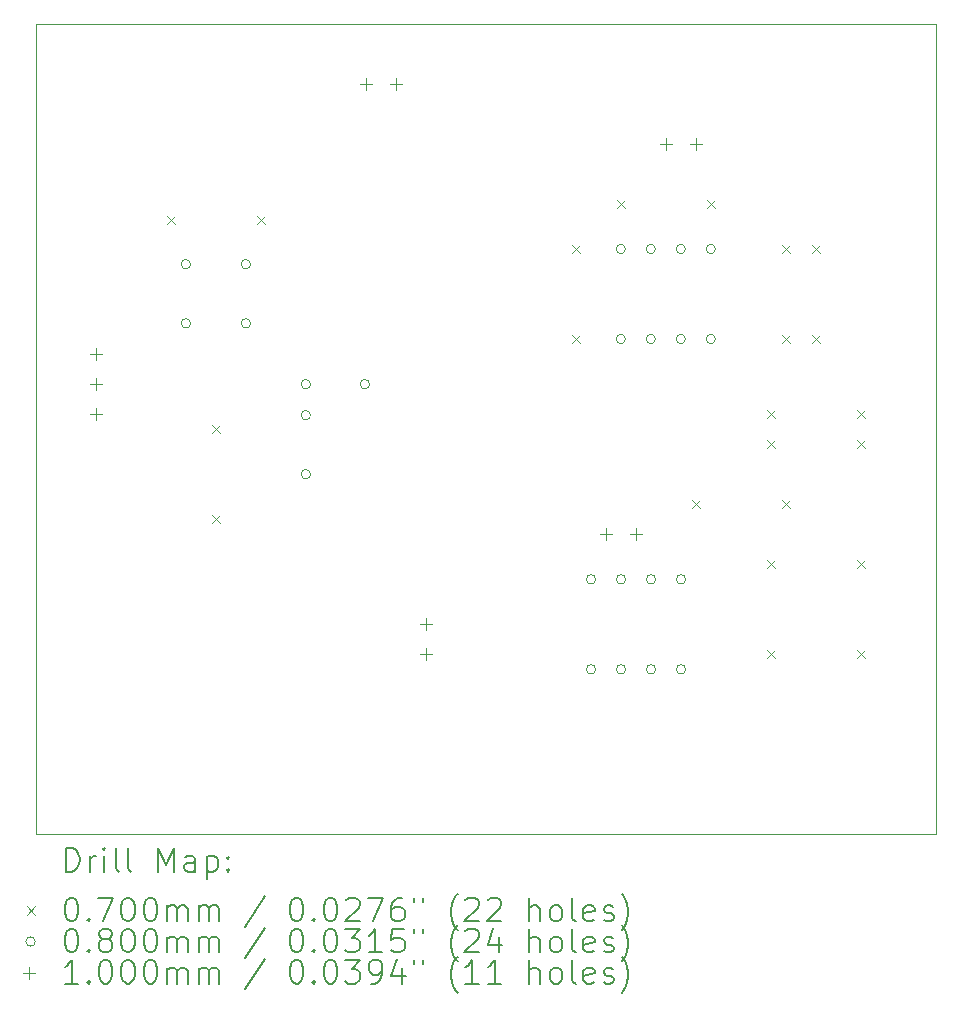
<source format=gbr>
%TF.GenerationSoftware,KiCad,Pcbnew,7.0.8*%
%TF.CreationDate,2023-11-28T08:24:57-03:00*%
%TF.ProjectId,design,64657369-676e-42e6-9b69-6361645f7063,rev?*%
%TF.SameCoordinates,Original*%
%TF.FileFunction,Drillmap*%
%TF.FilePolarity,Positive*%
%FSLAX45Y45*%
G04 Gerber Fmt 4.5, Leading zero omitted, Abs format (unit mm)*
G04 Created by KiCad (PCBNEW 7.0.8) date 2023-11-28 08:24:57*
%MOMM*%
%LPD*%
G01*
G04 APERTURE LIST*
%ADD10C,0.100000*%
%ADD11C,0.200000*%
%ADD12C,0.070000*%
%ADD13C,0.080000*%
G04 APERTURE END LIST*
D10*
X10414000Y-5334000D02*
X18034000Y-5334000D01*
X18034000Y-12192000D02*
X18034000Y-5334000D01*
X10414000Y-5334000D02*
X10414000Y-12192000D01*
X10414000Y-12192000D02*
X18034000Y-12192000D01*
D11*
D12*
X11522000Y-6955000D02*
X11592000Y-7025000D01*
X11592000Y-6955000D02*
X11522000Y-7025000D01*
X11903000Y-8728000D02*
X11973000Y-8798000D01*
X11973000Y-8728000D02*
X11903000Y-8798000D01*
X11903000Y-9490000D02*
X11973000Y-9560000D01*
X11973000Y-9490000D02*
X11903000Y-9560000D01*
X12284000Y-6955000D02*
X12354000Y-7025000D01*
X12354000Y-6955000D02*
X12284000Y-7025000D01*
X14951000Y-7204000D02*
X15021000Y-7274000D01*
X15021000Y-7204000D02*
X14951000Y-7274000D01*
X14951000Y-7966000D02*
X15021000Y-8036000D01*
X15021000Y-7966000D02*
X14951000Y-8036000D01*
X15332000Y-6823000D02*
X15402000Y-6893000D01*
X15402000Y-6823000D02*
X15332000Y-6893000D01*
X15967000Y-9363000D02*
X16037000Y-9433000D01*
X16037000Y-9363000D02*
X15967000Y-9433000D01*
X16094000Y-6823000D02*
X16164000Y-6893000D01*
X16164000Y-6823000D02*
X16094000Y-6893000D01*
X16602000Y-8601000D02*
X16672000Y-8671000D01*
X16672000Y-8601000D02*
X16602000Y-8671000D01*
X16602000Y-8855000D02*
X16672000Y-8925000D01*
X16672000Y-8855000D02*
X16602000Y-8925000D01*
X16602000Y-9871000D02*
X16672000Y-9941000D01*
X16672000Y-9871000D02*
X16602000Y-9941000D01*
X16602000Y-10633000D02*
X16672000Y-10703000D01*
X16672000Y-10633000D02*
X16602000Y-10703000D01*
X16729000Y-7204000D02*
X16799000Y-7274000D01*
X16799000Y-7204000D02*
X16729000Y-7274000D01*
X16729000Y-7966000D02*
X16799000Y-8036000D01*
X16799000Y-7966000D02*
X16729000Y-8036000D01*
X16729000Y-9363000D02*
X16799000Y-9433000D01*
X16799000Y-9363000D02*
X16729000Y-9433000D01*
X16983000Y-7204000D02*
X17053000Y-7274000D01*
X17053000Y-7204000D02*
X16983000Y-7274000D01*
X16983000Y-7966000D02*
X17053000Y-8036000D01*
X17053000Y-7966000D02*
X16983000Y-8036000D01*
X17364000Y-8601000D02*
X17434000Y-8671000D01*
X17434000Y-8601000D02*
X17364000Y-8671000D01*
X17364000Y-8855000D02*
X17434000Y-8925000D01*
X17434000Y-8855000D02*
X17364000Y-8925000D01*
X17364000Y-9871000D02*
X17434000Y-9941000D01*
X17434000Y-9871000D02*
X17364000Y-9941000D01*
X17364000Y-10633000D02*
X17434000Y-10703000D01*
X17434000Y-10633000D02*
X17364000Y-10703000D01*
D13*
X11724000Y-7366000D02*
G75*
G03*
X11724000Y-7366000I-40000J0D01*
G01*
X11724000Y-7866000D02*
G75*
G03*
X11724000Y-7866000I-40000J0D01*
G01*
X12232000Y-7366000D02*
G75*
G03*
X12232000Y-7366000I-40000J0D01*
G01*
X12232000Y-7866000D02*
G75*
G03*
X12232000Y-7866000I-40000J0D01*
G01*
X12740000Y-8382000D02*
G75*
G03*
X12740000Y-8382000I-40000J0D01*
G01*
X12740000Y-8644000D02*
G75*
G03*
X12740000Y-8644000I-40000J0D01*
G01*
X12740000Y-9144000D02*
G75*
G03*
X12740000Y-9144000I-40000J0D01*
G01*
X13240000Y-8382000D02*
G75*
G03*
X13240000Y-8382000I-40000J0D01*
G01*
X15154000Y-10034500D02*
G75*
G03*
X15154000Y-10034500I-40000J0D01*
G01*
X15154000Y-10796500D02*
G75*
G03*
X15154000Y-10796500I-40000J0D01*
G01*
X15406000Y-7237500D02*
G75*
G03*
X15406000Y-7237500I-40000J0D01*
G01*
X15406000Y-7999500D02*
G75*
G03*
X15406000Y-7999500I-40000J0D01*
G01*
X15408000Y-10034500D02*
G75*
G03*
X15408000Y-10034500I-40000J0D01*
G01*
X15408000Y-10796500D02*
G75*
G03*
X15408000Y-10796500I-40000J0D01*
G01*
X15660000Y-7237500D02*
G75*
G03*
X15660000Y-7237500I-40000J0D01*
G01*
X15660000Y-7999500D02*
G75*
G03*
X15660000Y-7999500I-40000J0D01*
G01*
X15662000Y-10034500D02*
G75*
G03*
X15662000Y-10034500I-40000J0D01*
G01*
X15662000Y-10796500D02*
G75*
G03*
X15662000Y-10796500I-40000J0D01*
G01*
X15914000Y-7237500D02*
G75*
G03*
X15914000Y-7237500I-40000J0D01*
G01*
X15914000Y-7999500D02*
G75*
G03*
X15914000Y-7999500I-40000J0D01*
G01*
X15916000Y-10034500D02*
G75*
G03*
X15916000Y-10034500I-40000J0D01*
G01*
X15916000Y-10796500D02*
G75*
G03*
X15916000Y-10796500I-40000J0D01*
G01*
X16168000Y-7237500D02*
G75*
G03*
X16168000Y-7237500I-40000J0D01*
G01*
X16168000Y-7999500D02*
G75*
G03*
X16168000Y-7999500I-40000J0D01*
G01*
D10*
X10922000Y-8078000D02*
X10922000Y-8178000D01*
X10872000Y-8128000D02*
X10972000Y-8128000D01*
X10922000Y-8332000D02*
X10922000Y-8432000D01*
X10872000Y-8382000D02*
X10972000Y-8382000D01*
X10922000Y-8586000D02*
X10922000Y-8686000D01*
X10872000Y-8636000D02*
X10972000Y-8636000D01*
X13208000Y-5792000D02*
X13208000Y-5892000D01*
X13158000Y-5842000D02*
X13258000Y-5842000D01*
X13462000Y-5792000D02*
X13462000Y-5892000D01*
X13412000Y-5842000D02*
X13512000Y-5842000D01*
X13716000Y-10364000D02*
X13716000Y-10464000D01*
X13666000Y-10414000D02*
X13766000Y-10414000D01*
X13716000Y-10618000D02*
X13716000Y-10718000D01*
X13666000Y-10668000D02*
X13766000Y-10668000D01*
X15240000Y-9602000D02*
X15240000Y-9702000D01*
X15190000Y-9652000D02*
X15290000Y-9652000D01*
X15494000Y-9602000D02*
X15494000Y-9702000D01*
X15444000Y-9652000D02*
X15544000Y-9652000D01*
X15748000Y-6300000D02*
X15748000Y-6400000D01*
X15698000Y-6350000D02*
X15798000Y-6350000D01*
X16002000Y-6300000D02*
X16002000Y-6400000D01*
X15952000Y-6350000D02*
X16052000Y-6350000D01*
D11*
X10669777Y-12508484D02*
X10669777Y-12308484D01*
X10669777Y-12308484D02*
X10717396Y-12308484D01*
X10717396Y-12308484D02*
X10745967Y-12318008D01*
X10745967Y-12318008D02*
X10765015Y-12337055D01*
X10765015Y-12337055D02*
X10774539Y-12356103D01*
X10774539Y-12356103D02*
X10784063Y-12394198D01*
X10784063Y-12394198D02*
X10784063Y-12422769D01*
X10784063Y-12422769D02*
X10774539Y-12460865D01*
X10774539Y-12460865D02*
X10765015Y-12479912D01*
X10765015Y-12479912D02*
X10745967Y-12498960D01*
X10745967Y-12498960D02*
X10717396Y-12508484D01*
X10717396Y-12508484D02*
X10669777Y-12508484D01*
X10869777Y-12508484D02*
X10869777Y-12375150D01*
X10869777Y-12413246D02*
X10879301Y-12394198D01*
X10879301Y-12394198D02*
X10888824Y-12384674D01*
X10888824Y-12384674D02*
X10907872Y-12375150D01*
X10907872Y-12375150D02*
X10926920Y-12375150D01*
X10993586Y-12508484D02*
X10993586Y-12375150D01*
X10993586Y-12308484D02*
X10984063Y-12318008D01*
X10984063Y-12318008D02*
X10993586Y-12327531D01*
X10993586Y-12327531D02*
X11003110Y-12318008D01*
X11003110Y-12318008D02*
X10993586Y-12308484D01*
X10993586Y-12308484D02*
X10993586Y-12327531D01*
X11117396Y-12508484D02*
X11098348Y-12498960D01*
X11098348Y-12498960D02*
X11088824Y-12479912D01*
X11088824Y-12479912D02*
X11088824Y-12308484D01*
X11222158Y-12508484D02*
X11203110Y-12498960D01*
X11203110Y-12498960D02*
X11193586Y-12479912D01*
X11193586Y-12479912D02*
X11193586Y-12308484D01*
X11450729Y-12508484D02*
X11450729Y-12308484D01*
X11450729Y-12308484D02*
X11517396Y-12451341D01*
X11517396Y-12451341D02*
X11584062Y-12308484D01*
X11584062Y-12308484D02*
X11584062Y-12508484D01*
X11765015Y-12508484D02*
X11765015Y-12403722D01*
X11765015Y-12403722D02*
X11755491Y-12384674D01*
X11755491Y-12384674D02*
X11736443Y-12375150D01*
X11736443Y-12375150D02*
X11698348Y-12375150D01*
X11698348Y-12375150D02*
X11679301Y-12384674D01*
X11765015Y-12498960D02*
X11745967Y-12508484D01*
X11745967Y-12508484D02*
X11698348Y-12508484D01*
X11698348Y-12508484D02*
X11679301Y-12498960D01*
X11679301Y-12498960D02*
X11669777Y-12479912D01*
X11669777Y-12479912D02*
X11669777Y-12460865D01*
X11669777Y-12460865D02*
X11679301Y-12441817D01*
X11679301Y-12441817D02*
X11698348Y-12432293D01*
X11698348Y-12432293D02*
X11745967Y-12432293D01*
X11745967Y-12432293D02*
X11765015Y-12422769D01*
X11860253Y-12375150D02*
X11860253Y-12575150D01*
X11860253Y-12384674D02*
X11879301Y-12375150D01*
X11879301Y-12375150D02*
X11917396Y-12375150D01*
X11917396Y-12375150D02*
X11936443Y-12384674D01*
X11936443Y-12384674D02*
X11945967Y-12394198D01*
X11945967Y-12394198D02*
X11955491Y-12413246D01*
X11955491Y-12413246D02*
X11955491Y-12470388D01*
X11955491Y-12470388D02*
X11945967Y-12489436D01*
X11945967Y-12489436D02*
X11936443Y-12498960D01*
X11936443Y-12498960D02*
X11917396Y-12508484D01*
X11917396Y-12508484D02*
X11879301Y-12508484D01*
X11879301Y-12508484D02*
X11860253Y-12498960D01*
X12041205Y-12489436D02*
X12050729Y-12498960D01*
X12050729Y-12498960D02*
X12041205Y-12508484D01*
X12041205Y-12508484D02*
X12031682Y-12498960D01*
X12031682Y-12498960D02*
X12041205Y-12489436D01*
X12041205Y-12489436D02*
X12041205Y-12508484D01*
X12041205Y-12384674D02*
X12050729Y-12394198D01*
X12050729Y-12394198D02*
X12041205Y-12403722D01*
X12041205Y-12403722D02*
X12031682Y-12394198D01*
X12031682Y-12394198D02*
X12041205Y-12384674D01*
X12041205Y-12384674D02*
X12041205Y-12403722D01*
D12*
X10339000Y-12802000D02*
X10409000Y-12872000D01*
X10409000Y-12802000D02*
X10339000Y-12872000D01*
D11*
X10707872Y-12728484D02*
X10726920Y-12728484D01*
X10726920Y-12728484D02*
X10745967Y-12738008D01*
X10745967Y-12738008D02*
X10755491Y-12747531D01*
X10755491Y-12747531D02*
X10765015Y-12766579D01*
X10765015Y-12766579D02*
X10774539Y-12804674D01*
X10774539Y-12804674D02*
X10774539Y-12852293D01*
X10774539Y-12852293D02*
X10765015Y-12890388D01*
X10765015Y-12890388D02*
X10755491Y-12909436D01*
X10755491Y-12909436D02*
X10745967Y-12918960D01*
X10745967Y-12918960D02*
X10726920Y-12928484D01*
X10726920Y-12928484D02*
X10707872Y-12928484D01*
X10707872Y-12928484D02*
X10688824Y-12918960D01*
X10688824Y-12918960D02*
X10679301Y-12909436D01*
X10679301Y-12909436D02*
X10669777Y-12890388D01*
X10669777Y-12890388D02*
X10660253Y-12852293D01*
X10660253Y-12852293D02*
X10660253Y-12804674D01*
X10660253Y-12804674D02*
X10669777Y-12766579D01*
X10669777Y-12766579D02*
X10679301Y-12747531D01*
X10679301Y-12747531D02*
X10688824Y-12738008D01*
X10688824Y-12738008D02*
X10707872Y-12728484D01*
X10860253Y-12909436D02*
X10869777Y-12918960D01*
X10869777Y-12918960D02*
X10860253Y-12928484D01*
X10860253Y-12928484D02*
X10850729Y-12918960D01*
X10850729Y-12918960D02*
X10860253Y-12909436D01*
X10860253Y-12909436D02*
X10860253Y-12928484D01*
X10936444Y-12728484D02*
X11069777Y-12728484D01*
X11069777Y-12728484D02*
X10984063Y-12928484D01*
X11184063Y-12728484D02*
X11203110Y-12728484D01*
X11203110Y-12728484D02*
X11222158Y-12738008D01*
X11222158Y-12738008D02*
X11231682Y-12747531D01*
X11231682Y-12747531D02*
X11241205Y-12766579D01*
X11241205Y-12766579D02*
X11250729Y-12804674D01*
X11250729Y-12804674D02*
X11250729Y-12852293D01*
X11250729Y-12852293D02*
X11241205Y-12890388D01*
X11241205Y-12890388D02*
X11231682Y-12909436D01*
X11231682Y-12909436D02*
X11222158Y-12918960D01*
X11222158Y-12918960D02*
X11203110Y-12928484D01*
X11203110Y-12928484D02*
X11184063Y-12928484D01*
X11184063Y-12928484D02*
X11165015Y-12918960D01*
X11165015Y-12918960D02*
X11155491Y-12909436D01*
X11155491Y-12909436D02*
X11145967Y-12890388D01*
X11145967Y-12890388D02*
X11136444Y-12852293D01*
X11136444Y-12852293D02*
X11136444Y-12804674D01*
X11136444Y-12804674D02*
X11145967Y-12766579D01*
X11145967Y-12766579D02*
X11155491Y-12747531D01*
X11155491Y-12747531D02*
X11165015Y-12738008D01*
X11165015Y-12738008D02*
X11184063Y-12728484D01*
X11374539Y-12728484D02*
X11393586Y-12728484D01*
X11393586Y-12728484D02*
X11412634Y-12738008D01*
X11412634Y-12738008D02*
X11422158Y-12747531D01*
X11422158Y-12747531D02*
X11431682Y-12766579D01*
X11431682Y-12766579D02*
X11441205Y-12804674D01*
X11441205Y-12804674D02*
X11441205Y-12852293D01*
X11441205Y-12852293D02*
X11431682Y-12890388D01*
X11431682Y-12890388D02*
X11422158Y-12909436D01*
X11422158Y-12909436D02*
X11412634Y-12918960D01*
X11412634Y-12918960D02*
X11393586Y-12928484D01*
X11393586Y-12928484D02*
X11374539Y-12928484D01*
X11374539Y-12928484D02*
X11355491Y-12918960D01*
X11355491Y-12918960D02*
X11345967Y-12909436D01*
X11345967Y-12909436D02*
X11336443Y-12890388D01*
X11336443Y-12890388D02*
X11326920Y-12852293D01*
X11326920Y-12852293D02*
X11326920Y-12804674D01*
X11326920Y-12804674D02*
X11336443Y-12766579D01*
X11336443Y-12766579D02*
X11345967Y-12747531D01*
X11345967Y-12747531D02*
X11355491Y-12738008D01*
X11355491Y-12738008D02*
X11374539Y-12728484D01*
X11526920Y-12928484D02*
X11526920Y-12795150D01*
X11526920Y-12814198D02*
X11536443Y-12804674D01*
X11536443Y-12804674D02*
X11555491Y-12795150D01*
X11555491Y-12795150D02*
X11584063Y-12795150D01*
X11584063Y-12795150D02*
X11603110Y-12804674D01*
X11603110Y-12804674D02*
X11612634Y-12823722D01*
X11612634Y-12823722D02*
X11612634Y-12928484D01*
X11612634Y-12823722D02*
X11622158Y-12804674D01*
X11622158Y-12804674D02*
X11641205Y-12795150D01*
X11641205Y-12795150D02*
X11669777Y-12795150D01*
X11669777Y-12795150D02*
X11688824Y-12804674D01*
X11688824Y-12804674D02*
X11698348Y-12823722D01*
X11698348Y-12823722D02*
X11698348Y-12928484D01*
X11793586Y-12928484D02*
X11793586Y-12795150D01*
X11793586Y-12814198D02*
X11803110Y-12804674D01*
X11803110Y-12804674D02*
X11822158Y-12795150D01*
X11822158Y-12795150D02*
X11850729Y-12795150D01*
X11850729Y-12795150D02*
X11869777Y-12804674D01*
X11869777Y-12804674D02*
X11879301Y-12823722D01*
X11879301Y-12823722D02*
X11879301Y-12928484D01*
X11879301Y-12823722D02*
X11888824Y-12804674D01*
X11888824Y-12804674D02*
X11907872Y-12795150D01*
X11907872Y-12795150D02*
X11936443Y-12795150D01*
X11936443Y-12795150D02*
X11955491Y-12804674D01*
X11955491Y-12804674D02*
X11965015Y-12823722D01*
X11965015Y-12823722D02*
X11965015Y-12928484D01*
X12355491Y-12718960D02*
X12184063Y-12976103D01*
X12612634Y-12728484D02*
X12631682Y-12728484D01*
X12631682Y-12728484D02*
X12650729Y-12738008D01*
X12650729Y-12738008D02*
X12660253Y-12747531D01*
X12660253Y-12747531D02*
X12669777Y-12766579D01*
X12669777Y-12766579D02*
X12679301Y-12804674D01*
X12679301Y-12804674D02*
X12679301Y-12852293D01*
X12679301Y-12852293D02*
X12669777Y-12890388D01*
X12669777Y-12890388D02*
X12660253Y-12909436D01*
X12660253Y-12909436D02*
X12650729Y-12918960D01*
X12650729Y-12918960D02*
X12631682Y-12928484D01*
X12631682Y-12928484D02*
X12612634Y-12928484D01*
X12612634Y-12928484D02*
X12593586Y-12918960D01*
X12593586Y-12918960D02*
X12584063Y-12909436D01*
X12584063Y-12909436D02*
X12574539Y-12890388D01*
X12574539Y-12890388D02*
X12565015Y-12852293D01*
X12565015Y-12852293D02*
X12565015Y-12804674D01*
X12565015Y-12804674D02*
X12574539Y-12766579D01*
X12574539Y-12766579D02*
X12584063Y-12747531D01*
X12584063Y-12747531D02*
X12593586Y-12738008D01*
X12593586Y-12738008D02*
X12612634Y-12728484D01*
X12765015Y-12909436D02*
X12774539Y-12918960D01*
X12774539Y-12918960D02*
X12765015Y-12928484D01*
X12765015Y-12928484D02*
X12755491Y-12918960D01*
X12755491Y-12918960D02*
X12765015Y-12909436D01*
X12765015Y-12909436D02*
X12765015Y-12928484D01*
X12898348Y-12728484D02*
X12917396Y-12728484D01*
X12917396Y-12728484D02*
X12936444Y-12738008D01*
X12936444Y-12738008D02*
X12945967Y-12747531D01*
X12945967Y-12747531D02*
X12955491Y-12766579D01*
X12955491Y-12766579D02*
X12965015Y-12804674D01*
X12965015Y-12804674D02*
X12965015Y-12852293D01*
X12965015Y-12852293D02*
X12955491Y-12890388D01*
X12955491Y-12890388D02*
X12945967Y-12909436D01*
X12945967Y-12909436D02*
X12936444Y-12918960D01*
X12936444Y-12918960D02*
X12917396Y-12928484D01*
X12917396Y-12928484D02*
X12898348Y-12928484D01*
X12898348Y-12928484D02*
X12879301Y-12918960D01*
X12879301Y-12918960D02*
X12869777Y-12909436D01*
X12869777Y-12909436D02*
X12860253Y-12890388D01*
X12860253Y-12890388D02*
X12850729Y-12852293D01*
X12850729Y-12852293D02*
X12850729Y-12804674D01*
X12850729Y-12804674D02*
X12860253Y-12766579D01*
X12860253Y-12766579D02*
X12869777Y-12747531D01*
X12869777Y-12747531D02*
X12879301Y-12738008D01*
X12879301Y-12738008D02*
X12898348Y-12728484D01*
X13041206Y-12747531D02*
X13050729Y-12738008D01*
X13050729Y-12738008D02*
X13069777Y-12728484D01*
X13069777Y-12728484D02*
X13117396Y-12728484D01*
X13117396Y-12728484D02*
X13136444Y-12738008D01*
X13136444Y-12738008D02*
X13145967Y-12747531D01*
X13145967Y-12747531D02*
X13155491Y-12766579D01*
X13155491Y-12766579D02*
X13155491Y-12785627D01*
X13155491Y-12785627D02*
X13145967Y-12814198D01*
X13145967Y-12814198D02*
X13031682Y-12928484D01*
X13031682Y-12928484D02*
X13155491Y-12928484D01*
X13222158Y-12728484D02*
X13355491Y-12728484D01*
X13355491Y-12728484D02*
X13269777Y-12928484D01*
X13517396Y-12728484D02*
X13479301Y-12728484D01*
X13479301Y-12728484D02*
X13460253Y-12738008D01*
X13460253Y-12738008D02*
X13450729Y-12747531D01*
X13450729Y-12747531D02*
X13431682Y-12776103D01*
X13431682Y-12776103D02*
X13422158Y-12814198D01*
X13422158Y-12814198D02*
X13422158Y-12890388D01*
X13422158Y-12890388D02*
X13431682Y-12909436D01*
X13431682Y-12909436D02*
X13441206Y-12918960D01*
X13441206Y-12918960D02*
X13460253Y-12928484D01*
X13460253Y-12928484D02*
X13498348Y-12928484D01*
X13498348Y-12928484D02*
X13517396Y-12918960D01*
X13517396Y-12918960D02*
X13526920Y-12909436D01*
X13526920Y-12909436D02*
X13536444Y-12890388D01*
X13536444Y-12890388D02*
X13536444Y-12842769D01*
X13536444Y-12842769D02*
X13526920Y-12823722D01*
X13526920Y-12823722D02*
X13517396Y-12814198D01*
X13517396Y-12814198D02*
X13498348Y-12804674D01*
X13498348Y-12804674D02*
X13460253Y-12804674D01*
X13460253Y-12804674D02*
X13441206Y-12814198D01*
X13441206Y-12814198D02*
X13431682Y-12823722D01*
X13431682Y-12823722D02*
X13422158Y-12842769D01*
X13612634Y-12728484D02*
X13612634Y-12766579D01*
X13688825Y-12728484D02*
X13688825Y-12766579D01*
X13984063Y-13004674D02*
X13974539Y-12995150D01*
X13974539Y-12995150D02*
X13955491Y-12966579D01*
X13955491Y-12966579D02*
X13945968Y-12947531D01*
X13945968Y-12947531D02*
X13936444Y-12918960D01*
X13936444Y-12918960D02*
X13926920Y-12871341D01*
X13926920Y-12871341D02*
X13926920Y-12833246D01*
X13926920Y-12833246D02*
X13936444Y-12785627D01*
X13936444Y-12785627D02*
X13945968Y-12757055D01*
X13945968Y-12757055D02*
X13955491Y-12738008D01*
X13955491Y-12738008D02*
X13974539Y-12709436D01*
X13974539Y-12709436D02*
X13984063Y-12699912D01*
X14050729Y-12747531D02*
X14060253Y-12738008D01*
X14060253Y-12738008D02*
X14079301Y-12728484D01*
X14079301Y-12728484D02*
X14126920Y-12728484D01*
X14126920Y-12728484D02*
X14145968Y-12738008D01*
X14145968Y-12738008D02*
X14155491Y-12747531D01*
X14155491Y-12747531D02*
X14165015Y-12766579D01*
X14165015Y-12766579D02*
X14165015Y-12785627D01*
X14165015Y-12785627D02*
X14155491Y-12814198D01*
X14155491Y-12814198D02*
X14041206Y-12928484D01*
X14041206Y-12928484D02*
X14165015Y-12928484D01*
X14241206Y-12747531D02*
X14250729Y-12738008D01*
X14250729Y-12738008D02*
X14269777Y-12728484D01*
X14269777Y-12728484D02*
X14317396Y-12728484D01*
X14317396Y-12728484D02*
X14336444Y-12738008D01*
X14336444Y-12738008D02*
X14345968Y-12747531D01*
X14345968Y-12747531D02*
X14355491Y-12766579D01*
X14355491Y-12766579D02*
X14355491Y-12785627D01*
X14355491Y-12785627D02*
X14345968Y-12814198D01*
X14345968Y-12814198D02*
X14231682Y-12928484D01*
X14231682Y-12928484D02*
X14355491Y-12928484D01*
X14593587Y-12928484D02*
X14593587Y-12728484D01*
X14679301Y-12928484D02*
X14679301Y-12823722D01*
X14679301Y-12823722D02*
X14669777Y-12804674D01*
X14669777Y-12804674D02*
X14650730Y-12795150D01*
X14650730Y-12795150D02*
X14622158Y-12795150D01*
X14622158Y-12795150D02*
X14603110Y-12804674D01*
X14603110Y-12804674D02*
X14593587Y-12814198D01*
X14803110Y-12928484D02*
X14784063Y-12918960D01*
X14784063Y-12918960D02*
X14774539Y-12909436D01*
X14774539Y-12909436D02*
X14765015Y-12890388D01*
X14765015Y-12890388D02*
X14765015Y-12833246D01*
X14765015Y-12833246D02*
X14774539Y-12814198D01*
X14774539Y-12814198D02*
X14784063Y-12804674D01*
X14784063Y-12804674D02*
X14803110Y-12795150D01*
X14803110Y-12795150D02*
X14831682Y-12795150D01*
X14831682Y-12795150D02*
X14850730Y-12804674D01*
X14850730Y-12804674D02*
X14860253Y-12814198D01*
X14860253Y-12814198D02*
X14869777Y-12833246D01*
X14869777Y-12833246D02*
X14869777Y-12890388D01*
X14869777Y-12890388D02*
X14860253Y-12909436D01*
X14860253Y-12909436D02*
X14850730Y-12918960D01*
X14850730Y-12918960D02*
X14831682Y-12928484D01*
X14831682Y-12928484D02*
X14803110Y-12928484D01*
X14984063Y-12928484D02*
X14965015Y-12918960D01*
X14965015Y-12918960D02*
X14955491Y-12899912D01*
X14955491Y-12899912D02*
X14955491Y-12728484D01*
X15136444Y-12918960D02*
X15117396Y-12928484D01*
X15117396Y-12928484D02*
X15079301Y-12928484D01*
X15079301Y-12928484D02*
X15060253Y-12918960D01*
X15060253Y-12918960D02*
X15050730Y-12899912D01*
X15050730Y-12899912D02*
X15050730Y-12823722D01*
X15050730Y-12823722D02*
X15060253Y-12804674D01*
X15060253Y-12804674D02*
X15079301Y-12795150D01*
X15079301Y-12795150D02*
X15117396Y-12795150D01*
X15117396Y-12795150D02*
X15136444Y-12804674D01*
X15136444Y-12804674D02*
X15145968Y-12823722D01*
X15145968Y-12823722D02*
X15145968Y-12842769D01*
X15145968Y-12842769D02*
X15050730Y-12861817D01*
X15222158Y-12918960D02*
X15241206Y-12928484D01*
X15241206Y-12928484D02*
X15279301Y-12928484D01*
X15279301Y-12928484D02*
X15298349Y-12918960D01*
X15298349Y-12918960D02*
X15307872Y-12899912D01*
X15307872Y-12899912D02*
X15307872Y-12890388D01*
X15307872Y-12890388D02*
X15298349Y-12871341D01*
X15298349Y-12871341D02*
X15279301Y-12861817D01*
X15279301Y-12861817D02*
X15250730Y-12861817D01*
X15250730Y-12861817D02*
X15231682Y-12852293D01*
X15231682Y-12852293D02*
X15222158Y-12833246D01*
X15222158Y-12833246D02*
X15222158Y-12823722D01*
X15222158Y-12823722D02*
X15231682Y-12804674D01*
X15231682Y-12804674D02*
X15250730Y-12795150D01*
X15250730Y-12795150D02*
X15279301Y-12795150D01*
X15279301Y-12795150D02*
X15298349Y-12804674D01*
X15374539Y-13004674D02*
X15384063Y-12995150D01*
X15384063Y-12995150D02*
X15403111Y-12966579D01*
X15403111Y-12966579D02*
X15412634Y-12947531D01*
X15412634Y-12947531D02*
X15422158Y-12918960D01*
X15422158Y-12918960D02*
X15431682Y-12871341D01*
X15431682Y-12871341D02*
X15431682Y-12833246D01*
X15431682Y-12833246D02*
X15422158Y-12785627D01*
X15422158Y-12785627D02*
X15412634Y-12757055D01*
X15412634Y-12757055D02*
X15403111Y-12738008D01*
X15403111Y-12738008D02*
X15384063Y-12709436D01*
X15384063Y-12709436D02*
X15374539Y-12699912D01*
D13*
X10409000Y-13101000D02*
G75*
G03*
X10409000Y-13101000I-40000J0D01*
G01*
D11*
X10707872Y-12992484D02*
X10726920Y-12992484D01*
X10726920Y-12992484D02*
X10745967Y-13002008D01*
X10745967Y-13002008D02*
X10755491Y-13011531D01*
X10755491Y-13011531D02*
X10765015Y-13030579D01*
X10765015Y-13030579D02*
X10774539Y-13068674D01*
X10774539Y-13068674D02*
X10774539Y-13116293D01*
X10774539Y-13116293D02*
X10765015Y-13154388D01*
X10765015Y-13154388D02*
X10755491Y-13173436D01*
X10755491Y-13173436D02*
X10745967Y-13182960D01*
X10745967Y-13182960D02*
X10726920Y-13192484D01*
X10726920Y-13192484D02*
X10707872Y-13192484D01*
X10707872Y-13192484D02*
X10688824Y-13182960D01*
X10688824Y-13182960D02*
X10679301Y-13173436D01*
X10679301Y-13173436D02*
X10669777Y-13154388D01*
X10669777Y-13154388D02*
X10660253Y-13116293D01*
X10660253Y-13116293D02*
X10660253Y-13068674D01*
X10660253Y-13068674D02*
X10669777Y-13030579D01*
X10669777Y-13030579D02*
X10679301Y-13011531D01*
X10679301Y-13011531D02*
X10688824Y-13002008D01*
X10688824Y-13002008D02*
X10707872Y-12992484D01*
X10860253Y-13173436D02*
X10869777Y-13182960D01*
X10869777Y-13182960D02*
X10860253Y-13192484D01*
X10860253Y-13192484D02*
X10850729Y-13182960D01*
X10850729Y-13182960D02*
X10860253Y-13173436D01*
X10860253Y-13173436D02*
X10860253Y-13192484D01*
X10984063Y-13078198D02*
X10965015Y-13068674D01*
X10965015Y-13068674D02*
X10955491Y-13059150D01*
X10955491Y-13059150D02*
X10945967Y-13040103D01*
X10945967Y-13040103D02*
X10945967Y-13030579D01*
X10945967Y-13030579D02*
X10955491Y-13011531D01*
X10955491Y-13011531D02*
X10965015Y-13002008D01*
X10965015Y-13002008D02*
X10984063Y-12992484D01*
X10984063Y-12992484D02*
X11022158Y-12992484D01*
X11022158Y-12992484D02*
X11041205Y-13002008D01*
X11041205Y-13002008D02*
X11050729Y-13011531D01*
X11050729Y-13011531D02*
X11060253Y-13030579D01*
X11060253Y-13030579D02*
X11060253Y-13040103D01*
X11060253Y-13040103D02*
X11050729Y-13059150D01*
X11050729Y-13059150D02*
X11041205Y-13068674D01*
X11041205Y-13068674D02*
X11022158Y-13078198D01*
X11022158Y-13078198D02*
X10984063Y-13078198D01*
X10984063Y-13078198D02*
X10965015Y-13087722D01*
X10965015Y-13087722D02*
X10955491Y-13097246D01*
X10955491Y-13097246D02*
X10945967Y-13116293D01*
X10945967Y-13116293D02*
X10945967Y-13154388D01*
X10945967Y-13154388D02*
X10955491Y-13173436D01*
X10955491Y-13173436D02*
X10965015Y-13182960D01*
X10965015Y-13182960D02*
X10984063Y-13192484D01*
X10984063Y-13192484D02*
X11022158Y-13192484D01*
X11022158Y-13192484D02*
X11041205Y-13182960D01*
X11041205Y-13182960D02*
X11050729Y-13173436D01*
X11050729Y-13173436D02*
X11060253Y-13154388D01*
X11060253Y-13154388D02*
X11060253Y-13116293D01*
X11060253Y-13116293D02*
X11050729Y-13097246D01*
X11050729Y-13097246D02*
X11041205Y-13087722D01*
X11041205Y-13087722D02*
X11022158Y-13078198D01*
X11184063Y-12992484D02*
X11203110Y-12992484D01*
X11203110Y-12992484D02*
X11222158Y-13002008D01*
X11222158Y-13002008D02*
X11231682Y-13011531D01*
X11231682Y-13011531D02*
X11241205Y-13030579D01*
X11241205Y-13030579D02*
X11250729Y-13068674D01*
X11250729Y-13068674D02*
X11250729Y-13116293D01*
X11250729Y-13116293D02*
X11241205Y-13154388D01*
X11241205Y-13154388D02*
X11231682Y-13173436D01*
X11231682Y-13173436D02*
X11222158Y-13182960D01*
X11222158Y-13182960D02*
X11203110Y-13192484D01*
X11203110Y-13192484D02*
X11184063Y-13192484D01*
X11184063Y-13192484D02*
X11165015Y-13182960D01*
X11165015Y-13182960D02*
X11155491Y-13173436D01*
X11155491Y-13173436D02*
X11145967Y-13154388D01*
X11145967Y-13154388D02*
X11136444Y-13116293D01*
X11136444Y-13116293D02*
X11136444Y-13068674D01*
X11136444Y-13068674D02*
X11145967Y-13030579D01*
X11145967Y-13030579D02*
X11155491Y-13011531D01*
X11155491Y-13011531D02*
X11165015Y-13002008D01*
X11165015Y-13002008D02*
X11184063Y-12992484D01*
X11374539Y-12992484D02*
X11393586Y-12992484D01*
X11393586Y-12992484D02*
X11412634Y-13002008D01*
X11412634Y-13002008D02*
X11422158Y-13011531D01*
X11422158Y-13011531D02*
X11431682Y-13030579D01*
X11431682Y-13030579D02*
X11441205Y-13068674D01*
X11441205Y-13068674D02*
X11441205Y-13116293D01*
X11441205Y-13116293D02*
X11431682Y-13154388D01*
X11431682Y-13154388D02*
X11422158Y-13173436D01*
X11422158Y-13173436D02*
X11412634Y-13182960D01*
X11412634Y-13182960D02*
X11393586Y-13192484D01*
X11393586Y-13192484D02*
X11374539Y-13192484D01*
X11374539Y-13192484D02*
X11355491Y-13182960D01*
X11355491Y-13182960D02*
X11345967Y-13173436D01*
X11345967Y-13173436D02*
X11336443Y-13154388D01*
X11336443Y-13154388D02*
X11326920Y-13116293D01*
X11326920Y-13116293D02*
X11326920Y-13068674D01*
X11326920Y-13068674D02*
X11336443Y-13030579D01*
X11336443Y-13030579D02*
X11345967Y-13011531D01*
X11345967Y-13011531D02*
X11355491Y-13002008D01*
X11355491Y-13002008D02*
X11374539Y-12992484D01*
X11526920Y-13192484D02*
X11526920Y-13059150D01*
X11526920Y-13078198D02*
X11536443Y-13068674D01*
X11536443Y-13068674D02*
X11555491Y-13059150D01*
X11555491Y-13059150D02*
X11584063Y-13059150D01*
X11584063Y-13059150D02*
X11603110Y-13068674D01*
X11603110Y-13068674D02*
X11612634Y-13087722D01*
X11612634Y-13087722D02*
X11612634Y-13192484D01*
X11612634Y-13087722D02*
X11622158Y-13068674D01*
X11622158Y-13068674D02*
X11641205Y-13059150D01*
X11641205Y-13059150D02*
X11669777Y-13059150D01*
X11669777Y-13059150D02*
X11688824Y-13068674D01*
X11688824Y-13068674D02*
X11698348Y-13087722D01*
X11698348Y-13087722D02*
X11698348Y-13192484D01*
X11793586Y-13192484D02*
X11793586Y-13059150D01*
X11793586Y-13078198D02*
X11803110Y-13068674D01*
X11803110Y-13068674D02*
X11822158Y-13059150D01*
X11822158Y-13059150D02*
X11850729Y-13059150D01*
X11850729Y-13059150D02*
X11869777Y-13068674D01*
X11869777Y-13068674D02*
X11879301Y-13087722D01*
X11879301Y-13087722D02*
X11879301Y-13192484D01*
X11879301Y-13087722D02*
X11888824Y-13068674D01*
X11888824Y-13068674D02*
X11907872Y-13059150D01*
X11907872Y-13059150D02*
X11936443Y-13059150D01*
X11936443Y-13059150D02*
X11955491Y-13068674D01*
X11955491Y-13068674D02*
X11965015Y-13087722D01*
X11965015Y-13087722D02*
X11965015Y-13192484D01*
X12355491Y-12982960D02*
X12184063Y-13240103D01*
X12612634Y-12992484D02*
X12631682Y-12992484D01*
X12631682Y-12992484D02*
X12650729Y-13002008D01*
X12650729Y-13002008D02*
X12660253Y-13011531D01*
X12660253Y-13011531D02*
X12669777Y-13030579D01*
X12669777Y-13030579D02*
X12679301Y-13068674D01*
X12679301Y-13068674D02*
X12679301Y-13116293D01*
X12679301Y-13116293D02*
X12669777Y-13154388D01*
X12669777Y-13154388D02*
X12660253Y-13173436D01*
X12660253Y-13173436D02*
X12650729Y-13182960D01*
X12650729Y-13182960D02*
X12631682Y-13192484D01*
X12631682Y-13192484D02*
X12612634Y-13192484D01*
X12612634Y-13192484D02*
X12593586Y-13182960D01*
X12593586Y-13182960D02*
X12584063Y-13173436D01*
X12584063Y-13173436D02*
X12574539Y-13154388D01*
X12574539Y-13154388D02*
X12565015Y-13116293D01*
X12565015Y-13116293D02*
X12565015Y-13068674D01*
X12565015Y-13068674D02*
X12574539Y-13030579D01*
X12574539Y-13030579D02*
X12584063Y-13011531D01*
X12584063Y-13011531D02*
X12593586Y-13002008D01*
X12593586Y-13002008D02*
X12612634Y-12992484D01*
X12765015Y-13173436D02*
X12774539Y-13182960D01*
X12774539Y-13182960D02*
X12765015Y-13192484D01*
X12765015Y-13192484D02*
X12755491Y-13182960D01*
X12755491Y-13182960D02*
X12765015Y-13173436D01*
X12765015Y-13173436D02*
X12765015Y-13192484D01*
X12898348Y-12992484D02*
X12917396Y-12992484D01*
X12917396Y-12992484D02*
X12936444Y-13002008D01*
X12936444Y-13002008D02*
X12945967Y-13011531D01*
X12945967Y-13011531D02*
X12955491Y-13030579D01*
X12955491Y-13030579D02*
X12965015Y-13068674D01*
X12965015Y-13068674D02*
X12965015Y-13116293D01*
X12965015Y-13116293D02*
X12955491Y-13154388D01*
X12955491Y-13154388D02*
X12945967Y-13173436D01*
X12945967Y-13173436D02*
X12936444Y-13182960D01*
X12936444Y-13182960D02*
X12917396Y-13192484D01*
X12917396Y-13192484D02*
X12898348Y-13192484D01*
X12898348Y-13192484D02*
X12879301Y-13182960D01*
X12879301Y-13182960D02*
X12869777Y-13173436D01*
X12869777Y-13173436D02*
X12860253Y-13154388D01*
X12860253Y-13154388D02*
X12850729Y-13116293D01*
X12850729Y-13116293D02*
X12850729Y-13068674D01*
X12850729Y-13068674D02*
X12860253Y-13030579D01*
X12860253Y-13030579D02*
X12869777Y-13011531D01*
X12869777Y-13011531D02*
X12879301Y-13002008D01*
X12879301Y-13002008D02*
X12898348Y-12992484D01*
X13031682Y-12992484D02*
X13155491Y-12992484D01*
X13155491Y-12992484D02*
X13088825Y-13068674D01*
X13088825Y-13068674D02*
X13117396Y-13068674D01*
X13117396Y-13068674D02*
X13136444Y-13078198D01*
X13136444Y-13078198D02*
X13145967Y-13087722D01*
X13145967Y-13087722D02*
X13155491Y-13106769D01*
X13155491Y-13106769D02*
X13155491Y-13154388D01*
X13155491Y-13154388D02*
X13145967Y-13173436D01*
X13145967Y-13173436D02*
X13136444Y-13182960D01*
X13136444Y-13182960D02*
X13117396Y-13192484D01*
X13117396Y-13192484D02*
X13060253Y-13192484D01*
X13060253Y-13192484D02*
X13041206Y-13182960D01*
X13041206Y-13182960D02*
X13031682Y-13173436D01*
X13345967Y-13192484D02*
X13231682Y-13192484D01*
X13288825Y-13192484D02*
X13288825Y-12992484D01*
X13288825Y-12992484D02*
X13269777Y-13021055D01*
X13269777Y-13021055D02*
X13250729Y-13040103D01*
X13250729Y-13040103D02*
X13231682Y-13049627D01*
X13526920Y-12992484D02*
X13431682Y-12992484D01*
X13431682Y-12992484D02*
X13422158Y-13087722D01*
X13422158Y-13087722D02*
X13431682Y-13078198D01*
X13431682Y-13078198D02*
X13450729Y-13068674D01*
X13450729Y-13068674D02*
X13498348Y-13068674D01*
X13498348Y-13068674D02*
X13517396Y-13078198D01*
X13517396Y-13078198D02*
X13526920Y-13087722D01*
X13526920Y-13087722D02*
X13536444Y-13106769D01*
X13536444Y-13106769D02*
X13536444Y-13154388D01*
X13536444Y-13154388D02*
X13526920Y-13173436D01*
X13526920Y-13173436D02*
X13517396Y-13182960D01*
X13517396Y-13182960D02*
X13498348Y-13192484D01*
X13498348Y-13192484D02*
X13450729Y-13192484D01*
X13450729Y-13192484D02*
X13431682Y-13182960D01*
X13431682Y-13182960D02*
X13422158Y-13173436D01*
X13612634Y-12992484D02*
X13612634Y-13030579D01*
X13688825Y-12992484D02*
X13688825Y-13030579D01*
X13984063Y-13268674D02*
X13974539Y-13259150D01*
X13974539Y-13259150D02*
X13955491Y-13230579D01*
X13955491Y-13230579D02*
X13945968Y-13211531D01*
X13945968Y-13211531D02*
X13936444Y-13182960D01*
X13936444Y-13182960D02*
X13926920Y-13135341D01*
X13926920Y-13135341D02*
X13926920Y-13097246D01*
X13926920Y-13097246D02*
X13936444Y-13049627D01*
X13936444Y-13049627D02*
X13945968Y-13021055D01*
X13945968Y-13021055D02*
X13955491Y-13002008D01*
X13955491Y-13002008D02*
X13974539Y-12973436D01*
X13974539Y-12973436D02*
X13984063Y-12963912D01*
X14050729Y-13011531D02*
X14060253Y-13002008D01*
X14060253Y-13002008D02*
X14079301Y-12992484D01*
X14079301Y-12992484D02*
X14126920Y-12992484D01*
X14126920Y-12992484D02*
X14145968Y-13002008D01*
X14145968Y-13002008D02*
X14155491Y-13011531D01*
X14155491Y-13011531D02*
X14165015Y-13030579D01*
X14165015Y-13030579D02*
X14165015Y-13049627D01*
X14165015Y-13049627D02*
X14155491Y-13078198D01*
X14155491Y-13078198D02*
X14041206Y-13192484D01*
X14041206Y-13192484D02*
X14165015Y-13192484D01*
X14336444Y-13059150D02*
X14336444Y-13192484D01*
X14288825Y-12982960D02*
X14241206Y-13125817D01*
X14241206Y-13125817D02*
X14365015Y-13125817D01*
X14593587Y-13192484D02*
X14593587Y-12992484D01*
X14679301Y-13192484D02*
X14679301Y-13087722D01*
X14679301Y-13087722D02*
X14669777Y-13068674D01*
X14669777Y-13068674D02*
X14650730Y-13059150D01*
X14650730Y-13059150D02*
X14622158Y-13059150D01*
X14622158Y-13059150D02*
X14603110Y-13068674D01*
X14603110Y-13068674D02*
X14593587Y-13078198D01*
X14803110Y-13192484D02*
X14784063Y-13182960D01*
X14784063Y-13182960D02*
X14774539Y-13173436D01*
X14774539Y-13173436D02*
X14765015Y-13154388D01*
X14765015Y-13154388D02*
X14765015Y-13097246D01*
X14765015Y-13097246D02*
X14774539Y-13078198D01*
X14774539Y-13078198D02*
X14784063Y-13068674D01*
X14784063Y-13068674D02*
X14803110Y-13059150D01*
X14803110Y-13059150D02*
X14831682Y-13059150D01*
X14831682Y-13059150D02*
X14850730Y-13068674D01*
X14850730Y-13068674D02*
X14860253Y-13078198D01*
X14860253Y-13078198D02*
X14869777Y-13097246D01*
X14869777Y-13097246D02*
X14869777Y-13154388D01*
X14869777Y-13154388D02*
X14860253Y-13173436D01*
X14860253Y-13173436D02*
X14850730Y-13182960D01*
X14850730Y-13182960D02*
X14831682Y-13192484D01*
X14831682Y-13192484D02*
X14803110Y-13192484D01*
X14984063Y-13192484D02*
X14965015Y-13182960D01*
X14965015Y-13182960D02*
X14955491Y-13163912D01*
X14955491Y-13163912D02*
X14955491Y-12992484D01*
X15136444Y-13182960D02*
X15117396Y-13192484D01*
X15117396Y-13192484D02*
X15079301Y-13192484D01*
X15079301Y-13192484D02*
X15060253Y-13182960D01*
X15060253Y-13182960D02*
X15050730Y-13163912D01*
X15050730Y-13163912D02*
X15050730Y-13087722D01*
X15050730Y-13087722D02*
X15060253Y-13068674D01*
X15060253Y-13068674D02*
X15079301Y-13059150D01*
X15079301Y-13059150D02*
X15117396Y-13059150D01*
X15117396Y-13059150D02*
X15136444Y-13068674D01*
X15136444Y-13068674D02*
X15145968Y-13087722D01*
X15145968Y-13087722D02*
X15145968Y-13106769D01*
X15145968Y-13106769D02*
X15050730Y-13125817D01*
X15222158Y-13182960D02*
X15241206Y-13192484D01*
X15241206Y-13192484D02*
X15279301Y-13192484D01*
X15279301Y-13192484D02*
X15298349Y-13182960D01*
X15298349Y-13182960D02*
X15307872Y-13163912D01*
X15307872Y-13163912D02*
X15307872Y-13154388D01*
X15307872Y-13154388D02*
X15298349Y-13135341D01*
X15298349Y-13135341D02*
X15279301Y-13125817D01*
X15279301Y-13125817D02*
X15250730Y-13125817D01*
X15250730Y-13125817D02*
X15231682Y-13116293D01*
X15231682Y-13116293D02*
X15222158Y-13097246D01*
X15222158Y-13097246D02*
X15222158Y-13087722D01*
X15222158Y-13087722D02*
X15231682Y-13068674D01*
X15231682Y-13068674D02*
X15250730Y-13059150D01*
X15250730Y-13059150D02*
X15279301Y-13059150D01*
X15279301Y-13059150D02*
X15298349Y-13068674D01*
X15374539Y-13268674D02*
X15384063Y-13259150D01*
X15384063Y-13259150D02*
X15403111Y-13230579D01*
X15403111Y-13230579D02*
X15412634Y-13211531D01*
X15412634Y-13211531D02*
X15422158Y-13182960D01*
X15422158Y-13182960D02*
X15431682Y-13135341D01*
X15431682Y-13135341D02*
X15431682Y-13097246D01*
X15431682Y-13097246D02*
X15422158Y-13049627D01*
X15422158Y-13049627D02*
X15412634Y-13021055D01*
X15412634Y-13021055D02*
X15403111Y-13002008D01*
X15403111Y-13002008D02*
X15384063Y-12973436D01*
X15384063Y-12973436D02*
X15374539Y-12963912D01*
D10*
X10359000Y-13315000D02*
X10359000Y-13415000D01*
X10309000Y-13365000D02*
X10409000Y-13365000D01*
D11*
X10774539Y-13456484D02*
X10660253Y-13456484D01*
X10717396Y-13456484D02*
X10717396Y-13256484D01*
X10717396Y-13256484D02*
X10698348Y-13285055D01*
X10698348Y-13285055D02*
X10679301Y-13304103D01*
X10679301Y-13304103D02*
X10660253Y-13313627D01*
X10860253Y-13437436D02*
X10869777Y-13446960D01*
X10869777Y-13446960D02*
X10860253Y-13456484D01*
X10860253Y-13456484D02*
X10850729Y-13446960D01*
X10850729Y-13446960D02*
X10860253Y-13437436D01*
X10860253Y-13437436D02*
X10860253Y-13456484D01*
X10993586Y-13256484D02*
X11012634Y-13256484D01*
X11012634Y-13256484D02*
X11031682Y-13266008D01*
X11031682Y-13266008D02*
X11041205Y-13275531D01*
X11041205Y-13275531D02*
X11050729Y-13294579D01*
X11050729Y-13294579D02*
X11060253Y-13332674D01*
X11060253Y-13332674D02*
X11060253Y-13380293D01*
X11060253Y-13380293D02*
X11050729Y-13418388D01*
X11050729Y-13418388D02*
X11041205Y-13437436D01*
X11041205Y-13437436D02*
X11031682Y-13446960D01*
X11031682Y-13446960D02*
X11012634Y-13456484D01*
X11012634Y-13456484D02*
X10993586Y-13456484D01*
X10993586Y-13456484D02*
X10974539Y-13446960D01*
X10974539Y-13446960D02*
X10965015Y-13437436D01*
X10965015Y-13437436D02*
X10955491Y-13418388D01*
X10955491Y-13418388D02*
X10945967Y-13380293D01*
X10945967Y-13380293D02*
X10945967Y-13332674D01*
X10945967Y-13332674D02*
X10955491Y-13294579D01*
X10955491Y-13294579D02*
X10965015Y-13275531D01*
X10965015Y-13275531D02*
X10974539Y-13266008D01*
X10974539Y-13266008D02*
X10993586Y-13256484D01*
X11184063Y-13256484D02*
X11203110Y-13256484D01*
X11203110Y-13256484D02*
X11222158Y-13266008D01*
X11222158Y-13266008D02*
X11231682Y-13275531D01*
X11231682Y-13275531D02*
X11241205Y-13294579D01*
X11241205Y-13294579D02*
X11250729Y-13332674D01*
X11250729Y-13332674D02*
X11250729Y-13380293D01*
X11250729Y-13380293D02*
X11241205Y-13418388D01*
X11241205Y-13418388D02*
X11231682Y-13437436D01*
X11231682Y-13437436D02*
X11222158Y-13446960D01*
X11222158Y-13446960D02*
X11203110Y-13456484D01*
X11203110Y-13456484D02*
X11184063Y-13456484D01*
X11184063Y-13456484D02*
X11165015Y-13446960D01*
X11165015Y-13446960D02*
X11155491Y-13437436D01*
X11155491Y-13437436D02*
X11145967Y-13418388D01*
X11145967Y-13418388D02*
X11136444Y-13380293D01*
X11136444Y-13380293D02*
X11136444Y-13332674D01*
X11136444Y-13332674D02*
X11145967Y-13294579D01*
X11145967Y-13294579D02*
X11155491Y-13275531D01*
X11155491Y-13275531D02*
X11165015Y-13266008D01*
X11165015Y-13266008D02*
X11184063Y-13256484D01*
X11374539Y-13256484D02*
X11393586Y-13256484D01*
X11393586Y-13256484D02*
X11412634Y-13266008D01*
X11412634Y-13266008D02*
X11422158Y-13275531D01*
X11422158Y-13275531D02*
X11431682Y-13294579D01*
X11431682Y-13294579D02*
X11441205Y-13332674D01*
X11441205Y-13332674D02*
X11441205Y-13380293D01*
X11441205Y-13380293D02*
X11431682Y-13418388D01*
X11431682Y-13418388D02*
X11422158Y-13437436D01*
X11422158Y-13437436D02*
X11412634Y-13446960D01*
X11412634Y-13446960D02*
X11393586Y-13456484D01*
X11393586Y-13456484D02*
X11374539Y-13456484D01*
X11374539Y-13456484D02*
X11355491Y-13446960D01*
X11355491Y-13446960D02*
X11345967Y-13437436D01*
X11345967Y-13437436D02*
X11336443Y-13418388D01*
X11336443Y-13418388D02*
X11326920Y-13380293D01*
X11326920Y-13380293D02*
X11326920Y-13332674D01*
X11326920Y-13332674D02*
X11336443Y-13294579D01*
X11336443Y-13294579D02*
X11345967Y-13275531D01*
X11345967Y-13275531D02*
X11355491Y-13266008D01*
X11355491Y-13266008D02*
X11374539Y-13256484D01*
X11526920Y-13456484D02*
X11526920Y-13323150D01*
X11526920Y-13342198D02*
X11536443Y-13332674D01*
X11536443Y-13332674D02*
X11555491Y-13323150D01*
X11555491Y-13323150D02*
X11584063Y-13323150D01*
X11584063Y-13323150D02*
X11603110Y-13332674D01*
X11603110Y-13332674D02*
X11612634Y-13351722D01*
X11612634Y-13351722D02*
X11612634Y-13456484D01*
X11612634Y-13351722D02*
X11622158Y-13332674D01*
X11622158Y-13332674D02*
X11641205Y-13323150D01*
X11641205Y-13323150D02*
X11669777Y-13323150D01*
X11669777Y-13323150D02*
X11688824Y-13332674D01*
X11688824Y-13332674D02*
X11698348Y-13351722D01*
X11698348Y-13351722D02*
X11698348Y-13456484D01*
X11793586Y-13456484D02*
X11793586Y-13323150D01*
X11793586Y-13342198D02*
X11803110Y-13332674D01*
X11803110Y-13332674D02*
X11822158Y-13323150D01*
X11822158Y-13323150D02*
X11850729Y-13323150D01*
X11850729Y-13323150D02*
X11869777Y-13332674D01*
X11869777Y-13332674D02*
X11879301Y-13351722D01*
X11879301Y-13351722D02*
X11879301Y-13456484D01*
X11879301Y-13351722D02*
X11888824Y-13332674D01*
X11888824Y-13332674D02*
X11907872Y-13323150D01*
X11907872Y-13323150D02*
X11936443Y-13323150D01*
X11936443Y-13323150D02*
X11955491Y-13332674D01*
X11955491Y-13332674D02*
X11965015Y-13351722D01*
X11965015Y-13351722D02*
X11965015Y-13456484D01*
X12355491Y-13246960D02*
X12184063Y-13504103D01*
X12612634Y-13256484D02*
X12631682Y-13256484D01*
X12631682Y-13256484D02*
X12650729Y-13266008D01*
X12650729Y-13266008D02*
X12660253Y-13275531D01*
X12660253Y-13275531D02*
X12669777Y-13294579D01*
X12669777Y-13294579D02*
X12679301Y-13332674D01*
X12679301Y-13332674D02*
X12679301Y-13380293D01*
X12679301Y-13380293D02*
X12669777Y-13418388D01*
X12669777Y-13418388D02*
X12660253Y-13437436D01*
X12660253Y-13437436D02*
X12650729Y-13446960D01*
X12650729Y-13446960D02*
X12631682Y-13456484D01*
X12631682Y-13456484D02*
X12612634Y-13456484D01*
X12612634Y-13456484D02*
X12593586Y-13446960D01*
X12593586Y-13446960D02*
X12584063Y-13437436D01*
X12584063Y-13437436D02*
X12574539Y-13418388D01*
X12574539Y-13418388D02*
X12565015Y-13380293D01*
X12565015Y-13380293D02*
X12565015Y-13332674D01*
X12565015Y-13332674D02*
X12574539Y-13294579D01*
X12574539Y-13294579D02*
X12584063Y-13275531D01*
X12584063Y-13275531D02*
X12593586Y-13266008D01*
X12593586Y-13266008D02*
X12612634Y-13256484D01*
X12765015Y-13437436D02*
X12774539Y-13446960D01*
X12774539Y-13446960D02*
X12765015Y-13456484D01*
X12765015Y-13456484D02*
X12755491Y-13446960D01*
X12755491Y-13446960D02*
X12765015Y-13437436D01*
X12765015Y-13437436D02*
X12765015Y-13456484D01*
X12898348Y-13256484D02*
X12917396Y-13256484D01*
X12917396Y-13256484D02*
X12936444Y-13266008D01*
X12936444Y-13266008D02*
X12945967Y-13275531D01*
X12945967Y-13275531D02*
X12955491Y-13294579D01*
X12955491Y-13294579D02*
X12965015Y-13332674D01*
X12965015Y-13332674D02*
X12965015Y-13380293D01*
X12965015Y-13380293D02*
X12955491Y-13418388D01*
X12955491Y-13418388D02*
X12945967Y-13437436D01*
X12945967Y-13437436D02*
X12936444Y-13446960D01*
X12936444Y-13446960D02*
X12917396Y-13456484D01*
X12917396Y-13456484D02*
X12898348Y-13456484D01*
X12898348Y-13456484D02*
X12879301Y-13446960D01*
X12879301Y-13446960D02*
X12869777Y-13437436D01*
X12869777Y-13437436D02*
X12860253Y-13418388D01*
X12860253Y-13418388D02*
X12850729Y-13380293D01*
X12850729Y-13380293D02*
X12850729Y-13332674D01*
X12850729Y-13332674D02*
X12860253Y-13294579D01*
X12860253Y-13294579D02*
X12869777Y-13275531D01*
X12869777Y-13275531D02*
X12879301Y-13266008D01*
X12879301Y-13266008D02*
X12898348Y-13256484D01*
X13031682Y-13256484D02*
X13155491Y-13256484D01*
X13155491Y-13256484D02*
X13088825Y-13332674D01*
X13088825Y-13332674D02*
X13117396Y-13332674D01*
X13117396Y-13332674D02*
X13136444Y-13342198D01*
X13136444Y-13342198D02*
X13145967Y-13351722D01*
X13145967Y-13351722D02*
X13155491Y-13370769D01*
X13155491Y-13370769D02*
X13155491Y-13418388D01*
X13155491Y-13418388D02*
X13145967Y-13437436D01*
X13145967Y-13437436D02*
X13136444Y-13446960D01*
X13136444Y-13446960D02*
X13117396Y-13456484D01*
X13117396Y-13456484D02*
X13060253Y-13456484D01*
X13060253Y-13456484D02*
X13041206Y-13446960D01*
X13041206Y-13446960D02*
X13031682Y-13437436D01*
X13250729Y-13456484D02*
X13288825Y-13456484D01*
X13288825Y-13456484D02*
X13307872Y-13446960D01*
X13307872Y-13446960D02*
X13317396Y-13437436D01*
X13317396Y-13437436D02*
X13336444Y-13408865D01*
X13336444Y-13408865D02*
X13345967Y-13370769D01*
X13345967Y-13370769D02*
X13345967Y-13294579D01*
X13345967Y-13294579D02*
X13336444Y-13275531D01*
X13336444Y-13275531D02*
X13326920Y-13266008D01*
X13326920Y-13266008D02*
X13307872Y-13256484D01*
X13307872Y-13256484D02*
X13269777Y-13256484D01*
X13269777Y-13256484D02*
X13250729Y-13266008D01*
X13250729Y-13266008D02*
X13241206Y-13275531D01*
X13241206Y-13275531D02*
X13231682Y-13294579D01*
X13231682Y-13294579D02*
X13231682Y-13342198D01*
X13231682Y-13342198D02*
X13241206Y-13361246D01*
X13241206Y-13361246D02*
X13250729Y-13370769D01*
X13250729Y-13370769D02*
X13269777Y-13380293D01*
X13269777Y-13380293D02*
X13307872Y-13380293D01*
X13307872Y-13380293D02*
X13326920Y-13370769D01*
X13326920Y-13370769D02*
X13336444Y-13361246D01*
X13336444Y-13361246D02*
X13345967Y-13342198D01*
X13517396Y-13323150D02*
X13517396Y-13456484D01*
X13469777Y-13246960D02*
X13422158Y-13389817D01*
X13422158Y-13389817D02*
X13545967Y-13389817D01*
X13612634Y-13256484D02*
X13612634Y-13294579D01*
X13688825Y-13256484D02*
X13688825Y-13294579D01*
X13984063Y-13532674D02*
X13974539Y-13523150D01*
X13974539Y-13523150D02*
X13955491Y-13494579D01*
X13955491Y-13494579D02*
X13945968Y-13475531D01*
X13945968Y-13475531D02*
X13936444Y-13446960D01*
X13936444Y-13446960D02*
X13926920Y-13399341D01*
X13926920Y-13399341D02*
X13926920Y-13361246D01*
X13926920Y-13361246D02*
X13936444Y-13313627D01*
X13936444Y-13313627D02*
X13945968Y-13285055D01*
X13945968Y-13285055D02*
X13955491Y-13266008D01*
X13955491Y-13266008D02*
X13974539Y-13237436D01*
X13974539Y-13237436D02*
X13984063Y-13227912D01*
X14165015Y-13456484D02*
X14050729Y-13456484D01*
X14107872Y-13456484D02*
X14107872Y-13256484D01*
X14107872Y-13256484D02*
X14088825Y-13285055D01*
X14088825Y-13285055D02*
X14069777Y-13304103D01*
X14069777Y-13304103D02*
X14050729Y-13313627D01*
X14355491Y-13456484D02*
X14241206Y-13456484D01*
X14298348Y-13456484D02*
X14298348Y-13256484D01*
X14298348Y-13256484D02*
X14279301Y-13285055D01*
X14279301Y-13285055D02*
X14260253Y-13304103D01*
X14260253Y-13304103D02*
X14241206Y-13313627D01*
X14593587Y-13456484D02*
X14593587Y-13256484D01*
X14679301Y-13456484D02*
X14679301Y-13351722D01*
X14679301Y-13351722D02*
X14669777Y-13332674D01*
X14669777Y-13332674D02*
X14650730Y-13323150D01*
X14650730Y-13323150D02*
X14622158Y-13323150D01*
X14622158Y-13323150D02*
X14603110Y-13332674D01*
X14603110Y-13332674D02*
X14593587Y-13342198D01*
X14803110Y-13456484D02*
X14784063Y-13446960D01*
X14784063Y-13446960D02*
X14774539Y-13437436D01*
X14774539Y-13437436D02*
X14765015Y-13418388D01*
X14765015Y-13418388D02*
X14765015Y-13361246D01*
X14765015Y-13361246D02*
X14774539Y-13342198D01*
X14774539Y-13342198D02*
X14784063Y-13332674D01*
X14784063Y-13332674D02*
X14803110Y-13323150D01*
X14803110Y-13323150D02*
X14831682Y-13323150D01*
X14831682Y-13323150D02*
X14850730Y-13332674D01*
X14850730Y-13332674D02*
X14860253Y-13342198D01*
X14860253Y-13342198D02*
X14869777Y-13361246D01*
X14869777Y-13361246D02*
X14869777Y-13418388D01*
X14869777Y-13418388D02*
X14860253Y-13437436D01*
X14860253Y-13437436D02*
X14850730Y-13446960D01*
X14850730Y-13446960D02*
X14831682Y-13456484D01*
X14831682Y-13456484D02*
X14803110Y-13456484D01*
X14984063Y-13456484D02*
X14965015Y-13446960D01*
X14965015Y-13446960D02*
X14955491Y-13427912D01*
X14955491Y-13427912D02*
X14955491Y-13256484D01*
X15136444Y-13446960D02*
X15117396Y-13456484D01*
X15117396Y-13456484D02*
X15079301Y-13456484D01*
X15079301Y-13456484D02*
X15060253Y-13446960D01*
X15060253Y-13446960D02*
X15050730Y-13427912D01*
X15050730Y-13427912D02*
X15050730Y-13351722D01*
X15050730Y-13351722D02*
X15060253Y-13332674D01*
X15060253Y-13332674D02*
X15079301Y-13323150D01*
X15079301Y-13323150D02*
X15117396Y-13323150D01*
X15117396Y-13323150D02*
X15136444Y-13332674D01*
X15136444Y-13332674D02*
X15145968Y-13351722D01*
X15145968Y-13351722D02*
X15145968Y-13370769D01*
X15145968Y-13370769D02*
X15050730Y-13389817D01*
X15222158Y-13446960D02*
X15241206Y-13456484D01*
X15241206Y-13456484D02*
X15279301Y-13456484D01*
X15279301Y-13456484D02*
X15298349Y-13446960D01*
X15298349Y-13446960D02*
X15307872Y-13427912D01*
X15307872Y-13427912D02*
X15307872Y-13418388D01*
X15307872Y-13418388D02*
X15298349Y-13399341D01*
X15298349Y-13399341D02*
X15279301Y-13389817D01*
X15279301Y-13389817D02*
X15250730Y-13389817D01*
X15250730Y-13389817D02*
X15231682Y-13380293D01*
X15231682Y-13380293D02*
X15222158Y-13361246D01*
X15222158Y-13361246D02*
X15222158Y-13351722D01*
X15222158Y-13351722D02*
X15231682Y-13332674D01*
X15231682Y-13332674D02*
X15250730Y-13323150D01*
X15250730Y-13323150D02*
X15279301Y-13323150D01*
X15279301Y-13323150D02*
X15298349Y-13332674D01*
X15374539Y-13532674D02*
X15384063Y-13523150D01*
X15384063Y-13523150D02*
X15403111Y-13494579D01*
X15403111Y-13494579D02*
X15412634Y-13475531D01*
X15412634Y-13475531D02*
X15422158Y-13446960D01*
X15422158Y-13446960D02*
X15431682Y-13399341D01*
X15431682Y-13399341D02*
X15431682Y-13361246D01*
X15431682Y-13361246D02*
X15422158Y-13313627D01*
X15422158Y-13313627D02*
X15412634Y-13285055D01*
X15412634Y-13285055D02*
X15403111Y-13266008D01*
X15403111Y-13266008D02*
X15384063Y-13237436D01*
X15384063Y-13237436D02*
X15374539Y-13227912D01*
M02*

</source>
